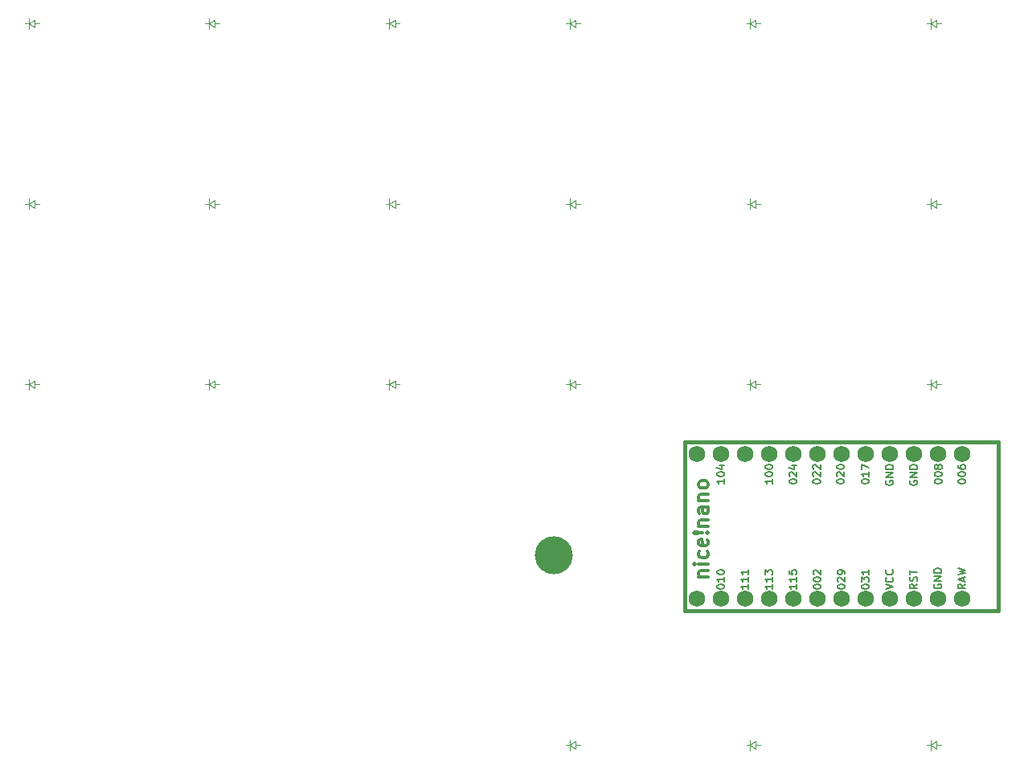
<source format=gbr>
%TF.GenerationSoftware,KiCad,Pcbnew,9.0.4*%
%TF.CreationDate,2025-09-30T09:24:18+02:00*%
%TF.ProjectId,left-finished,6c656674-2d66-4696-9e69-736865642e6b,v1.0.0*%
%TF.SameCoordinates,Original*%
%TF.FileFunction,Legend,Top*%
%TF.FilePolarity,Positive*%
%FSLAX46Y46*%
G04 Gerber Fmt 4.6, Leading zero omitted, Abs format (unit mm)*
G04 Created by KiCad (PCBNEW 9.0.4) date 2025-09-30 09:24:18*
%MOMM*%
%LPD*%
G01*
G04 APERTURE LIST*
%ADD10C,0.150000*%
%ADD11C,0.300000*%
%ADD12C,0.100000*%
%ADD13C,0.381000*%
%ADD14C,4.000000*%
%ADD15C,1.752600*%
G04 APERTURE END LIST*
D10*
X195252295Y-138026094D02*
X194871342Y-138292761D01*
X195252295Y-138483237D02*
X194452295Y-138483237D01*
X194452295Y-138483237D02*
X194452295Y-138178475D01*
X194452295Y-138178475D02*
X194490390Y-138102285D01*
X194490390Y-138102285D02*
X194528485Y-138064190D01*
X194528485Y-138064190D02*
X194604676Y-138026094D01*
X194604676Y-138026094D02*
X194718961Y-138026094D01*
X194718961Y-138026094D02*
X194795152Y-138064190D01*
X194795152Y-138064190D02*
X194833247Y-138102285D01*
X194833247Y-138102285D02*
X194871342Y-138178475D01*
X194871342Y-138178475D02*
X194871342Y-138483237D01*
X195214200Y-137721333D02*
X195252295Y-137607047D01*
X195252295Y-137607047D02*
X195252295Y-137416571D01*
X195252295Y-137416571D02*
X195214200Y-137340380D01*
X195214200Y-137340380D02*
X195176104Y-137302285D01*
X195176104Y-137302285D02*
X195099914Y-137264190D01*
X195099914Y-137264190D02*
X195023723Y-137264190D01*
X195023723Y-137264190D02*
X194947533Y-137302285D01*
X194947533Y-137302285D02*
X194909438Y-137340380D01*
X194909438Y-137340380D02*
X194871342Y-137416571D01*
X194871342Y-137416571D02*
X194833247Y-137568952D01*
X194833247Y-137568952D02*
X194795152Y-137645142D01*
X194795152Y-137645142D02*
X194757057Y-137683237D01*
X194757057Y-137683237D02*
X194680866Y-137721333D01*
X194680866Y-137721333D02*
X194604676Y-137721333D01*
X194604676Y-137721333D02*
X194528485Y-137683237D01*
X194528485Y-137683237D02*
X194490390Y-137645142D01*
X194490390Y-137645142D02*
X194452295Y-137568952D01*
X194452295Y-137568952D02*
X194452295Y-137378475D01*
X194452295Y-137378475D02*
X194490390Y-137264190D01*
X194452295Y-137035618D02*
X194452295Y-136578475D01*
X195252295Y-136807047D02*
X194452295Y-136807047D01*
X191950390Y-127148523D02*
X191912295Y-127224713D01*
X191912295Y-127224713D02*
X191912295Y-127338999D01*
X191912295Y-127338999D02*
X191950390Y-127453285D01*
X191950390Y-127453285D02*
X192026580Y-127529475D01*
X192026580Y-127529475D02*
X192102771Y-127567570D01*
X192102771Y-127567570D02*
X192255152Y-127605666D01*
X192255152Y-127605666D02*
X192369438Y-127605666D01*
X192369438Y-127605666D02*
X192521819Y-127567570D01*
X192521819Y-127567570D02*
X192598009Y-127529475D01*
X192598009Y-127529475D02*
X192674200Y-127453285D01*
X192674200Y-127453285D02*
X192712295Y-127338999D01*
X192712295Y-127338999D02*
X192712295Y-127262808D01*
X192712295Y-127262808D02*
X192674200Y-127148523D01*
X192674200Y-127148523D02*
X192636104Y-127110427D01*
X192636104Y-127110427D02*
X192369438Y-127110427D01*
X192369438Y-127110427D02*
X192369438Y-127262808D01*
X192712295Y-126767570D02*
X191912295Y-126767570D01*
X191912295Y-126767570D02*
X192712295Y-126310427D01*
X192712295Y-126310427D02*
X191912295Y-126310427D01*
X192712295Y-125929475D02*
X191912295Y-125929475D01*
X191912295Y-125929475D02*
X191912295Y-125738999D01*
X191912295Y-125738999D02*
X191950390Y-125624713D01*
X191950390Y-125624713D02*
X192026580Y-125548523D01*
X192026580Y-125548523D02*
X192102771Y-125510428D01*
X192102771Y-125510428D02*
X192255152Y-125472332D01*
X192255152Y-125472332D02*
X192369438Y-125472332D01*
X192369438Y-125472332D02*
X192521819Y-125510428D01*
X192521819Y-125510428D02*
X192598009Y-125548523D01*
X192598009Y-125548523D02*
X192674200Y-125624713D01*
X192674200Y-125624713D02*
X192712295Y-125738999D01*
X192712295Y-125738999D02*
X192712295Y-125929475D01*
X174932295Y-126996143D02*
X174932295Y-127453286D01*
X174932295Y-127224714D02*
X174132295Y-127224714D01*
X174132295Y-127224714D02*
X174246580Y-127300905D01*
X174246580Y-127300905D02*
X174322771Y-127377095D01*
X174322771Y-127377095D02*
X174360866Y-127453286D01*
X174132295Y-126500904D02*
X174132295Y-126424714D01*
X174132295Y-126424714D02*
X174170390Y-126348523D01*
X174170390Y-126348523D02*
X174208485Y-126310428D01*
X174208485Y-126310428D02*
X174284676Y-126272333D01*
X174284676Y-126272333D02*
X174437057Y-126234238D01*
X174437057Y-126234238D02*
X174627533Y-126234238D01*
X174627533Y-126234238D02*
X174779914Y-126272333D01*
X174779914Y-126272333D02*
X174856104Y-126310428D01*
X174856104Y-126310428D02*
X174894200Y-126348523D01*
X174894200Y-126348523D02*
X174932295Y-126424714D01*
X174932295Y-126424714D02*
X174932295Y-126500904D01*
X174932295Y-126500904D02*
X174894200Y-126577095D01*
X174894200Y-126577095D02*
X174856104Y-126615190D01*
X174856104Y-126615190D02*
X174779914Y-126653285D01*
X174779914Y-126653285D02*
X174627533Y-126691381D01*
X174627533Y-126691381D02*
X174437057Y-126691381D01*
X174437057Y-126691381D02*
X174284676Y-126653285D01*
X174284676Y-126653285D02*
X174208485Y-126615190D01*
X174208485Y-126615190D02*
X174170390Y-126577095D01*
X174170390Y-126577095D02*
X174132295Y-126500904D01*
X174398961Y-125548523D02*
X174932295Y-125548523D01*
X174094200Y-125738999D02*
X174665628Y-125929476D01*
X174665628Y-125929476D02*
X174665628Y-125434237D01*
X197030390Y-138064190D02*
X196992295Y-138140380D01*
X196992295Y-138140380D02*
X196992295Y-138254666D01*
X196992295Y-138254666D02*
X197030390Y-138368952D01*
X197030390Y-138368952D02*
X197106580Y-138445142D01*
X197106580Y-138445142D02*
X197182771Y-138483237D01*
X197182771Y-138483237D02*
X197335152Y-138521333D01*
X197335152Y-138521333D02*
X197449438Y-138521333D01*
X197449438Y-138521333D02*
X197601819Y-138483237D01*
X197601819Y-138483237D02*
X197678009Y-138445142D01*
X197678009Y-138445142D02*
X197754200Y-138368952D01*
X197754200Y-138368952D02*
X197792295Y-138254666D01*
X197792295Y-138254666D02*
X197792295Y-138178475D01*
X197792295Y-138178475D02*
X197754200Y-138064190D01*
X197754200Y-138064190D02*
X197716104Y-138026094D01*
X197716104Y-138026094D02*
X197449438Y-138026094D01*
X197449438Y-138026094D02*
X197449438Y-138178475D01*
X197792295Y-137683237D02*
X196992295Y-137683237D01*
X196992295Y-137683237D02*
X197792295Y-137226094D01*
X197792295Y-137226094D02*
X196992295Y-137226094D01*
X197792295Y-136845142D02*
X196992295Y-136845142D01*
X196992295Y-136845142D02*
X196992295Y-136654666D01*
X196992295Y-136654666D02*
X197030390Y-136540380D01*
X197030390Y-136540380D02*
X197106580Y-136464190D01*
X197106580Y-136464190D02*
X197182771Y-136426095D01*
X197182771Y-136426095D02*
X197335152Y-136387999D01*
X197335152Y-136387999D02*
X197449438Y-136387999D01*
X197449438Y-136387999D02*
X197601819Y-136426095D01*
X197601819Y-136426095D02*
X197678009Y-136464190D01*
X197678009Y-136464190D02*
X197754200Y-136540380D01*
X197754200Y-136540380D02*
X197792295Y-136654666D01*
X197792295Y-136654666D02*
X197792295Y-136845142D01*
X197062295Y-127262809D02*
X197062295Y-127186619D01*
X197062295Y-127186619D02*
X197100390Y-127110428D01*
X197100390Y-127110428D02*
X197138485Y-127072333D01*
X197138485Y-127072333D02*
X197214676Y-127034238D01*
X197214676Y-127034238D02*
X197367057Y-126996143D01*
X197367057Y-126996143D02*
X197557533Y-126996143D01*
X197557533Y-126996143D02*
X197709914Y-127034238D01*
X197709914Y-127034238D02*
X197786104Y-127072333D01*
X197786104Y-127072333D02*
X197824200Y-127110428D01*
X197824200Y-127110428D02*
X197862295Y-127186619D01*
X197862295Y-127186619D02*
X197862295Y-127262809D01*
X197862295Y-127262809D02*
X197824200Y-127339000D01*
X197824200Y-127339000D02*
X197786104Y-127377095D01*
X197786104Y-127377095D02*
X197709914Y-127415190D01*
X197709914Y-127415190D02*
X197557533Y-127453286D01*
X197557533Y-127453286D02*
X197367057Y-127453286D01*
X197367057Y-127453286D02*
X197214676Y-127415190D01*
X197214676Y-127415190D02*
X197138485Y-127377095D01*
X197138485Y-127377095D02*
X197100390Y-127339000D01*
X197100390Y-127339000D02*
X197062295Y-127262809D01*
X197062295Y-126500904D02*
X197062295Y-126424714D01*
X197062295Y-126424714D02*
X197100390Y-126348523D01*
X197100390Y-126348523D02*
X197138485Y-126310428D01*
X197138485Y-126310428D02*
X197214676Y-126272333D01*
X197214676Y-126272333D02*
X197367057Y-126234238D01*
X197367057Y-126234238D02*
X197557533Y-126234238D01*
X197557533Y-126234238D02*
X197709914Y-126272333D01*
X197709914Y-126272333D02*
X197786104Y-126310428D01*
X197786104Y-126310428D02*
X197824200Y-126348523D01*
X197824200Y-126348523D02*
X197862295Y-126424714D01*
X197862295Y-126424714D02*
X197862295Y-126500904D01*
X197862295Y-126500904D02*
X197824200Y-126577095D01*
X197824200Y-126577095D02*
X197786104Y-126615190D01*
X197786104Y-126615190D02*
X197709914Y-126653285D01*
X197709914Y-126653285D02*
X197557533Y-126691381D01*
X197557533Y-126691381D02*
X197367057Y-126691381D01*
X197367057Y-126691381D02*
X197214676Y-126653285D01*
X197214676Y-126653285D02*
X197138485Y-126615190D01*
X197138485Y-126615190D02*
X197100390Y-126577095D01*
X197100390Y-126577095D02*
X197062295Y-126500904D01*
X197405152Y-125777095D02*
X197367057Y-125853285D01*
X197367057Y-125853285D02*
X197328961Y-125891380D01*
X197328961Y-125891380D02*
X197252771Y-125929476D01*
X197252771Y-125929476D02*
X197214676Y-125929476D01*
X197214676Y-125929476D02*
X197138485Y-125891380D01*
X197138485Y-125891380D02*
X197100390Y-125853285D01*
X197100390Y-125853285D02*
X197062295Y-125777095D01*
X197062295Y-125777095D02*
X197062295Y-125624714D01*
X197062295Y-125624714D02*
X197100390Y-125548523D01*
X197100390Y-125548523D02*
X197138485Y-125510428D01*
X197138485Y-125510428D02*
X197214676Y-125472333D01*
X197214676Y-125472333D02*
X197252771Y-125472333D01*
X197252771Y-125472333D02*
X197328961Y-125510428D01*
X197328961Y-125510428D02*
X197367057Y-125548523D01*
X197367057Y-125548523D02*
X197405152Y-125624714D01*
X197405152Y-125624714D02*
X197405152Y-125777095D01*
X197405152Y-125777095D02*
X197443247Y-125853285D01*
X197443247Y-125853285D02*
X197481342Y-125891380D01*
X197481342Y-125891380D02*
X197557533Y-125929476D01*
X197557533Y-125929476D02*
X197709914Y-125929476D01*
X197709914Y-125929476D02*
X197786104Y-125891380D01*
X197786104Y-125891380D02*
X197824200Y-125853285D01*
X197824200Y-125853285D02*
X197862295Y-125777095D01*
X197862295Y-125777095D02*
X197862295Y-125624714D01*
X197862295Y-125624714D02*
X197824200Y-125548523D01*
X197824200Y-125548523D02*
X197786104Y-125510428D01*
X197786104Y-125510428D02*
X197709914Y-125472333D01*
X197709914Y-125472333D02*
X197557533Y-125472333D01*
X197557533Y-125472333D02*
X197481342Y-125510428D01*
X197481342Y-125510428D02*
X197443247Y-125548523D01*
X197443247Y-125548523D02*
X197405152Y-125624714D01*
X189372295Y-138337190D02*
X189372295Y-138261000D01*
X189372295Y-138261000D02*
X189410390Y-138184809D01*
X189410390Y-138184809D02*
X189448485Y-138146714D01*
X189448485Y-138146714D02*
X189524676Y-138108619D01*
X189524676Y-138108619D02*
X189677057Y-138070524D01*
X189677057Y-138070524D02*
X189867533Y-138070524D01*
X189867533Y-138070524D02*
X190019914Y-138108619D01*
X190019914Y-138108619D02*
X190096104Y-138146714D01*
X190096104Y-138146714D02*
X190134200Y-138184809D01*
X190134200Y-138184809D02*
X190172295Y-138261000D01*
X190172295Y-138261000D02*
X190172295Y-138337190D01*
X190172295Y-138337190D02*
X190134200Y-138413381D01*
X190134200Y-138413381D02*
X190096104Y-138451476D01*
X190096104Y-138451476D02*
X190019914Y-138489571D01*
X190019914Y-138489571D02*
X189867533Y-138527667D01*
X189867533Y-138527667D02*
X189677057Y-138527667D01*
X189677057Y-138527667D02*
X189524676Y-138489571D01*
X189524676Y-138489571D02*
X189448485Y-138451476D01*
X189448485Y-138451476D02*
X189410390Y-138413381D01*
X189410390Y-138413381D02*
X189372295Y-138337190D01*
X189372295Y-137803857D02*
X189372295Y-137308619D01*
X189372295Y-137308619D02*
X189677057Y-137575285D01*
X189677057Y-137575285D02*
X189677057Y-137461000D01*
X189677057Y-137461000D02*
X189715152Y-137384809D01*
X189715152Y-137384809D02*
X189753247Y-137346714D01*
X189753247Y-137346714D02*
X189829438Y-137308619D01*
X189829438Y-137308619D02*
X190019914Y-137308619D01*
X190019914Y-137308619D02*
X190096104Y-137346714D01*
X190096104Y-137346714D02*
X190134200Y-137384809D01*
X190134200Y-137384809D02*
X190172295Y-137461000D01*
X190172295Y-137461000D02*
X190172295Y-137689571D01*
X190172295Y-137689571D02*
X190134200Y-137765762D01*
X190134200Y-137765762D02*
X190096104Y-137803857D01*
X190172295Y-136546714D02*
X190172295Y-137003857D01*
X190172295Y-136775285D02*
X189372295Y-136775285D01*
X189372295Y-136775285D02*
X189486580Y-136851476D01*
X189486580Y-136851476D02*
X189562771Y-136927666D01*
X189562771Y-136927666D02*
X189600866Y-137003857D01*
X180012295Y-138070524D02*
X180012295Y-138527667D01*
X180012295Y-138299095D02*
X179212295Y-138299095D01*
X179212295Y-138299095D02*
X179326580Y-138375286D01*
X179326580Y-138375286D02*
X179402771Y-138451476D01*
X179402771Y-138451476D02*
X179440866Y-138527667D01*
X180012295Y-137308619D02*
X180012295Y-137765762D01*
X180012295Y-137537190D02*
X179212295Y-137537190D01*
X179212295Y-137537190D02*
X179326580Y-137613381D01*
X179326580Y-137613381D02*
X179402771Y-137689571D01*
X179402771Y-137689571D02*
X179440866Y-137765762D01*
X179212295Y-137041952D02*
X179212295Y-136546714D01*
X179212295Y-136546714D02*
X179517057Y-136813380D01*
X179517057Y-136813380D02*
X179517057Y-136699095D01*
X179517057Y-136699095D02*
X179555152Y-136622904D01*
X179555152Y-136622904D02*
X179593247Y-136584809D01*
X179593247Y-136584809D02*
X179669438Y-136546714D01*
X179669438Y-136546714D02*
X179859914Y-136546714D01*
X179859914Y-136546714D02*
X179936104Y-136584809D01*
X179936104Y-136584809D02*
X179974200Y-136622904D01*
X179974200Y-136622904D02*
X180012295Y-136699095D01*
X180012295Y-136699095D02*
X180012295Y-136927666D01*
X180012295Y-136927666D02*
X179974200Y-137003857D01*
X179974200Y-137003857D02*
X179936104Y-137041952D01*
X184262295Y-127262809D02*
X184262295Y-127186619D01*
X184262295Y-127186619D02*
X184300390Y-127110428D01*
X184300390Y-127110428D02*
X184338485Y-127072333D01*
X184338485Y-127072333D02*
X184414676Y-127034238D01*
X184414676Y-127034238D02*
X184567057Y-126996143D01*
X184567057Y-126996143D02*
X184757533Y-126996143D01*
X184757533Y-126996143D02*
X184909914Y-127034238D01*
X184909914Y-127034238D02*
X184986104Y-127072333D01*
X184986104Y-127072333D02*
X185024200Y-127110428D01*
X185024200Y-127110428D02*
X185062295Y-127186619D01*
X185062295Y-127186619D02*
X185062295Y-127262809D01*
X185062295Y-127262809D02*
X185024200Y-127339000D01*
X185024200Y-127339000D02*
X184986104Y-127377095D01*
X184986104Y-127377095D02*
X184909914Y-127415190D01*
X184909914Y-127415190D02*
X184757533Y-127453286D01*
X184757533Y-127453286D02*
X184567057Y-127453286D01*
X184567057Y-127453286D02*
X184414676Y-127415190D01*
X184414676Y-127415190D02*
X184338485Y-127377095D01*
X184338485Y-127377095D02*
X184300390Y-127339000D01*
X184300390Y-127339000D02*
X184262295Y-127262809D01*
X184338485Y-126691381D02*
X184300390Y-126653285D01*
X184300390Y-126653285D02*
X184262295Y-126577095D01*
X184262295Y-126577095D02*
X184262295Y-126386619D01*
X184262295Y-126386619D02*
X184300390Y-126310428D01*
X184300390Y-126310428D02*
X184338485Y-126272333D01*
X184338485Y-126272333D02*
X184414676Y-126234238D01*
X184414676Y-126234238D02*
X184490866Y-126234238D01*
X184490866Y-126234238D02*
X184605152Y-126272333D01*
X184605152Y-126272333D02*
X185062295Y-126729476D01*
X185062295Y-126729476D02*
X185062295Y-126234238D01*
X184338485Y-125929476D02*
X184300390Y-125891380D01*
X184300390Y-125891380D02*
X184262295Y-125815190D01*
X184262295Y-125815190D02*
X184262295Y-125624714D01*
X184262295Y-125624714D02*
X184300390Y-125548523D01*
X184300390Y-125548523D02*
X184338485Y-125510428D01*
X184338485Y-125510428D02*
X184414676Y-125472333D01*
X184414676Y-125472333D02*
X184490866Y-125472333D01*
X184490866Y-125472333D02*
X184605152Y-125510428D01*
X184605152Y-125510428D02*
X185062295Y-125967571D01*
X185062295Y-125967571D02*
X185062295Y-125472333D01*
D11*
X172216328Y-137289714D02*
X173216328Y-137289714D01*
X172359185Y-137289714D02*
X172287757Y-137218285D01*
X172287757Y-137218285D02*
X172216328Y-137075428D01*
X172216328Y-137075428D02*
X172216328Y-136861142D01*
X172216328Y-136861142D02*
X172287757Y-136718285D01*
X172287757Y-136718285D02*
X172430614Y-136646857D01*
X172430614Y-136646857D02*
X173216328Y-136646857D01*
X173216328Y-135932571D02*
X172216328Y-135932571D01*
X171716328Y-135932571D02*
X171787757Y-136003999D01*
X171787757Y-136003999D02*
X171859185Y-135932571D01*
X171859185Y-135932571D02*
X171787757Y-135861142D01*
X171787757Y-135861142D02*
X171716328Y-135932571D01*
X171716328Y-135932571D02*
X171859185Y-135932571D01*
X173144900Y-134575428D02*
X173216328Y-134718285D01*
X173216328Y-134718285D02*
X173216328Y-135003999D01*
X173216328Y-135003999D02*
X173144900Y-135146856D01*
X173144900Y-135146856D02*
X173073471Y-135218285D01*
X173073471Y-135218285D02*
X172930614Y-135289713D01*
X172930614Y-135289713D02*
X172502042Y-135289713D01*
X172502042Y-135289713D02*
X172359185Y-135218285D01*
X172359185Y-135218285D02*
X172287757Y-135146856D01*
X172287757Y-135146856D02*
X172216328Y-135003999D01*
X172216328Y-135003999D02*
X172216328Y-134718285D01*
X172216328Y-134718285D02*
X172287757Y-134575428D01*
X173144900Y-133361142D02*
X173216328Y-133503999D01*
X173216328Y-133503999D02*
X173216328Y-133789714D01*
X173216328Y-133789714D02*
X173144900Y-133932571D01*
X173144900Y-133932571D02*
X173002042Y-134003999D01*
X173002042Y-134003999D02*
X172430614Y-134003999D01*
X172430614Y-134003999D02*
X172287757Y-133932571D01*
X172287757Y-133932571D02*
X172216328Y-133789714D01*
X172216328Y-133789714D02*
X172216328Y-133503999D01*
X172216328Y-133503999D02*
X172287757Y-133361142D01*
X172287757Y-133361142D02*
X172430614Y-133289714D01*
X172430614Y-133289714D02*
X172573471Y-133289714D01*
X172573471Y-133289714D02*
X172716328Y-134003999D01*
X173073471Y-132646857D02*
X173144900Y-132575428D01*
X173144900Y-132575428D02*
X173216328Y-132646857D01*
X173216328Y-132646857D02*
X173144900Y-132718285D01*
X173144900Y-132718285D02*
X173073471Y-132646857D01*
X173073471Y-132646857D02*
X173216328Y-132646857D01*
X172644900Y-132646857D02*
X171787757Y-132718285D01*
X171787757Y-132718285D02*
X171716328Y-132646857D01*
X171716328Y-132646857D02*
X171787757Y-132575428D01*
X171787757Y-132575428D02*
X172644900Y-132646857D01*
X172644900Y-132646857D02*
X171716328Y-132646857D01*
X172216328Y-131932571D02*
X173216328Y-131932571D01*
X172359185Y-131932571D02*
X172287757Y-131861142D01*
X172287757Y-131861142D02*
X172216328Y-131718285D01*
X172216328Y-131718285D02*
X172216328Y-131503999D01*
X172216328Y-131503999D02*
X172287757Y-131361142D01*
X172287757Y-131361142D02*
X172430614Y-131289714D01*
X172430614Y-131289714D02*
X173216328Y-131289714D01*
X173216328Y-129932571D02*
X172430614Y-129932571D01*
X172430614Y-129932571D02*
X172287757Y-130003999D01*
X172287757Y-130003999D02*
X172216328Y-130146856D01*
X172216328Y-130146856D02*
X172216328Y-130432571D01*
X172216328Y-130432571D02*
X172287757Y-130575428D01*
X173144900Y-129932571D02*
X173216328Y-130075428D01*
X173216328Y-130075428D02*
X173216328Y-130432571D01*
X173216328Y-130432571D02*
X173144900Y-130575428D01*
X173144900Y-130575428D02*
X173002042Y-130646856D01*
X173002042Y-130646856D02*
X172859185Y-130646856D01*
X172859185Y-130646856D02*
X172716328Y-130575428D01*
X172716328Y-130575428D02*
X172644900Y-130432571D01*
X172644900Y-130432571D02*
X172644900Y-130075428D01*
X172644900Y-130075428D02*
X172573471Y-129932571D01*
X172216328Y-129218285D02*
X173216328Y-129218285D01*
X172359185Y-129218285D02*
X172287757Y-129146856D01*
X172287757Y-129146856D02*
X172216328Y-129003999D01*
X172216328Y-129003999D02*
X172216328Y-128789713D01*
X172216328Y-128789713D02*
X172287757Y-128646856D01*
X172287757Y-128646856D02*
X172430614Y-128575428D01*
X172430614Y-128575428D02*
X173216328Y-128575428D01*
X173216328Y-127646856D02*
X173144900Y-127789713D01*
X173144900Y-127789713D02*
X173073471Y-127861142D01*
X173073471Y-127861142D02*
X172930614Y-127932570D01*
X172930614Y-127932570D02*
X172502042Y-127932570D01*
X172502042Y-127932570D02*
X172359185Y-127861142D01*
X172359185Y-127861142D02*
X172287757Y-127789713D01*
X172287757Y-127789713D02*
X172216328Y-127646856D01*
X172216328Y-127646856D02*
X172216328Y-127432570D01*
X172216328Y-127432570D02*
X172287757Y-127289713D01*
X172287757Y-127289713D02*
X172359185Y-127218285D01*
X172359185Y-127218285D02*
X172502042Y-127146856D01*
X172502042Y-127146856D02*
X172930614Y-127146856D01*
X172930614Y-127146856D02*
X173073471Y-127218285D01*
X173073471Y-127218285D02*
X173144900Y-127289713D01*
X173144900Y-127289713D02*
X173216328Y-127432570D01*
X173216328Y-127432570D02*
X173216328Y-127646856D01*
D10*
X191912295Y-138603857D02*
X192712295Y-138337190D01*
X192712295Y-138337190D02*
X191912295Y-138070524D01*
X192636104Y-137346714D02*
X192674200Y-137384810D01*
X192674200Y-137384810D02*
X192712295Y-137499095D01*
X192712295Y-137499095D02*
X192712295Y-137575286D01*
X192712295Y-137575286D02*
X192674200Y-137689572D01*
X192674200Y-137689572D02*
X192598009Y-137765762D01*
X192598009Y-137765762D02*
X192521819Y-137803857D01*
X192521819Y-137803857D02*
X192369438Y-137841953D01*
X192369438Y-137841953D02*
X192255152Y-137841953D01*
X192255152Y-137841953D02*
X192102771Y-137803857D01*
X192102771Y-137803857D02*
X192026580Y-137765762D01*
X192026580Y-137765762D02*
X191950390Y-137689572D01*
X191950390Y-137689572D02*
X191912295Y-137575286D01*
X191912295Y-137575286D02*
X191912295Y-137499095D01*
X191912295Y-137499095D02*
X191950390Y-137384810D01*
X191950390Y-137384810D02*
X191988485Y-137346714D01*
X192636104Y-136546714D02*
X192674200Y-136584810D01*
X192674200Y-136584810D02*
X192712295Y-136699095D01*
X192712295Y-136699095D02*
X192712295Y-136775286D01*
X192712295Y-136775286D02*
X192674200Y-136889572D01*
X192674200Y-136889572D02*
X192598009Y-136965762D01*
X192598009Y-136965762D02*
X192521819Y-137003857D01*
X192521819Y-137003857D02*
X192369438Y-137041953D01*
X192369438Y-137041953D02*
X192255152Y-137041953D01*
X192255152Y-137041953D02*
X192102771Y-137003857D01*
X192102771Y-137003857D02*
X192026580Y-136965762D01*
X192026580Y-136965762D02*
X191950390Y-136889572D01*
X191950390Y-136889572D02*
X191912295Y-136775286D01*
X191912295Y-136775286D02*
X191912295Y-136699095D01*
X191912295Y-136699095D02*
X191950390Y-136584810D01*
X191950390Y-136584810D02*
X191988485Y-136546714D01*
X181752295Y-127262809D02*
X181752295Y-127186619D01*
X181752295Y-127186619D02*
X181790390Y-127110428D01*
X181790390Y-127110428D02*
X181828485Y-127072333D01*
X181828485Y-127072333D02*
X181904676Y-127034238D01*
X181904676Y-127034238D02*
X182057057Y-126996143D01*
X182057057Y-126996143D02*
X182247533Y-126996143D01*
X182247533Y-126996143D02*
X182399914Y-127034238D01*
X182399914Y-127034238D02*
X182476104Y-127072333D01*
X182476104Y-127072333D02*
X182514200Y-127110428D01*
X182514200Y-127110428D02*
X182552295Y-127186619D01*
X182552295Y-127186619D02*
X182552295Y-127262809D01*
X182552295Y-127262809D02*
X182514200Y-127339000D01*
X182514200Y-127339000D02*
X182476104Y-127377095D01*
X182476104Y-127377095D02*
X182399914Y-127415190D01*
X182399914Y-127415190D02*
X182247533Y-127453286D01*
X182247533Y-127453286D02*
X182057057Y-127453286D01*
X182057057Y-127453286D02*
X181904676Y-127415190D01*
X181904676Y-127415190D02*
X181828485Y-127377095D01*
X181828485Y-127377095D02*
X181790390Y-127339000D01*
X181790390Y-127339000D02*
X181752295Y-127262809D01*
X181828485Y-126691381D02*
X181790390Y-126653285D01*
X181790390Y-126653285D02*
X181752295Y-126577095D01*
X181752295Y-126577095D02*
X181752295Y-126386619D01*
X181752295Y-126386619D02*
X181790390Y-126310428D01*
X181790390Y-126310428D02*
X181828485Y-126272333D01*
X181828485Y-126272333D02*
X181904676Y-126234238D01*
X181904676Y-126234238D02*
X181980866Y-126234238D01*
X181980866Y-126234238D02*
X182095152Y-126272333D01*
X182095152Y-126272333D02*
X182552295Y-126729476D01*
X182552295Y-126729476D02*
X182552295Y-126234238D01*
X182018961Y-125548523D02*
X182552295Y-125548523D01*
X181714200Y-125738999D02*
X182285628Y-125929476D01*
X182285628Y-125929476D02*
X182285628Y-125434237D01*
X174132295Y-138337190D02*
X174132295Y-138261000D01*
X174132295Y-138261000D02*
X174170390Y-138184809D01*
X174170390Y-138184809D02*
X174208485Y-138146714D01*
X174208485Y-138146714D02*
X174284676Y-138108619D01*
X174284676Y-138108619D02*
X174437057Y-138070524D01*
X174437057Y-138070524D02*
X174627533Y-138070524D01*
X174627533Y-138070524D02*
X174779914Y-138108619D01*
X174779914Y-138108619D02*
X174856104Y-138146714D01*
X174856104Y-138146714D02*
X174894200Y-138184809D01*
X174894200Y-138184809D02*
X174932295Y-138261000D01*
X174932295Y-138261000D02*
X174932295Y-138337190D01*
X174932295Y-138337190D02*
X174894200Y-138413381D01*
X174894200Y-138413381D02*
X174856104Y-138451476D01*
X174856104Y-138451476D02*
X174779914Y-138489571D01*
X174779914Y-138489571D02*
X174627533Y-138527667D01*
X174627533Y-138527667D02*
X174437057Y-138527667D01*
X174437057Y-138527667D02*
X174284676Y-138489571D01*
X174284676Y-138489571D02*
X174208485Y-138451476D01*
X174208485Y-138451476D02*
X174170390Y-138413381D01*
X174170390Y-138413381D02*
X174132295Y-138337190D01*
X174932295Y-137308619D02*
X174932295Y-137765762D01*
X174932295Y-137537190D02*
X174132295Y-137537190D01*
X174132295Y-137537190D02*
X174246580Y-137613381D01*
X174246580Y-137613381D02*
X174322771Y-137689571D01*
X174322771Y-137689571D02*
X174360866Y-137765762D01*
X174132295Y-136813380D02*
X174132295Y-136737190D01*
X174132295Y-136737190D02*
X174170390Y-136660999D01*
X174170390Y-136660999D02*
X174208485Y-136622904D01*
X174208485Y-136622904D02*
X174284676Y-136584809D01*
X174284676Y-136584809D02*
X174437057Y-136546714D01*
X174437057Y-136546714D02*
X174627533Y-136546714D01*
X174627533Y-136546714D02*
X174779914Y-136584809D01*
X174779914Y-136584809D02*
X174856104Y-136622904D01*
X174856104Y-136622904D02*
X174894200Y-136660999D01*
X174894200Y-136660999D02*
X174932295Y-136737190D01*
X174932295Y-136737190D02*
X174932295Y-136813380D01*
X174932295Y-136813380D02*
X174894200Y-136889571D01*
X174894200Y-136889571D02*
X174856104Y-136927666D01*
X174856104Y-136927666D02*
X174779914Y-136965761D01*
X174779914Y-136965761D02*
X174627533Y-137003857D01*
X174627533Y-137003857D02*
X174437057Y-137003857D01*
X174437057Y-137003857D02*
X174284676Y-136965761D01*
X174284676Y-136965761D02*
X174208485Y-136927666D01*
X174208485Y-136927666D02*
X174170390Y-136889571D01*
X174170390Y-136889571D02*
X174132295Y-136813380D01*
X200332295Y-138026095D02*
X199951342Y-138292762D01*
X200332295Y-138483238D02*
X199532295Y-138483238D01*
X199532295Y-138483238D02*
X199532295Y-138178476D01*
X199532295Y-138178476D02*
X199570390Y-138102286D01*
X199570390Y-138102286D02*
X199608485Y-138064191D01*
X199608485Y-138064191D02*
X199684676Y-138026095D01*
X199684676Y-138026095D02*
X199798961Y-138026095D01*
X199798961Y-138026095D02*
X199875152Y-138064191D01*
X199875152Y-138064191D02*
X199913247Y-138102286D01*
X199913247Y-138102286D02*
X199951342Y-138178476D01*
X199951342Y-138178476D02*
X199951342Y-138483238D01*
X200103723Y-137721334D02*
X200103723Y-137340381D01*
X200332295Y-137797524D02*
X199532295Y-137530857D01*
X199532295Y-137530857D02*
X200332295Y-137264191D01*
X199532295Y-137073715D02*
X200332295Y-136883239D01*
X200332295Y-136883239D02*
X199760866Y-136730858D01*
X199760866Y-136730858D02*
X200332295Y-136578477D01*
X200332295Y-136578477D02*
X199532295Y-136388001D01*
X186832295Y-138337190D02*
X186832295Y-138261000D01*
X186832295Y-138261000D02*
X186870390Y-138184809D01*
X186870390Y-138184809D02*
X186908485Y-138146714D01*
X186908485Y-138146714D02*
X186984676Y-138108619D01*
X186984676Y-138108619D02*
X187137057Y-138070524D01*
X187137057Y-138070524D02*
X187327533Y-138070524D01*
X187327533Y-138070524D02*
X187479914Y-138108619D01*
X187479914Y-138108619D02*
X187556104Y-138146714D01*
X187556104Y-138146714D02*
X187594200Y-138184809D01*
X187594200Y-138184809D02*
X187632295Y-138261000D01*
X187632295Y-138261000D02*
X187632295Y-138337190D01*
X187632295Y-138337190D02*
X187594200Y-138413381D01*
X187594200Y-138413381D02*
X187556104Y-138451476D01*
X187556104Y-138451476D02*
X187479914Y-138489571D01*
X187479914Y-138489571D02*
X187327533Y-138527667D01*
X187327533Y-138527667D02*
X187137057Y-138527667D01*
X187137057Y-138527667D02*
X186984676Y-138489571D01*
X186984676Y-138489571D02*
X186908485Y-138451476D01*
X186908485Y-138451476D02*
X186870390Y-138413381D01*
X186870390Y-138413381D02*
X186832295Y-138337190D01*
X186908485Y-137765762D02*
X186870390Y-137727666D01*
X186870390Y-137727666D02*
X186832295Y-137651476D01*
X186832295Y-137651476D02*
X186832295Y-137461000D01*
X186832295Y-137461000D02*
X186870390Y-137384809D01*
X186870390Y-137384809D02*
X186908485Y-137346714D01*
X186908485Y-137346714D02*
X186984676Y-137308619D01*
X186984676Y-137308619D02*
X187060866Y-137308619D01*
X187060866Y-137308619D02*
X187175152Y-137346714D01*
X187175152Y-137346714D02*
X187632295Y-137803857D01*
X187632295Y-137803857D02*
X187632295Y-137308619D01*
X187632295Y-136927666D02*
X187632295Y-136775285D01*
X187632295Y-136775285D02*
X187594200Y-136699095D01*
X187594200Y-136699095D02*
X187556104Y-136660999D01*
X187556104Y-136660999D02*
X187441819Y-136584809D01*
X187441819Y-136584809D02*
X187289438Y-136546714D01*
X187289438Y-136546714D02*
X186984676Y-136546714D01*
X186984676Y-136546714D02*
X186908485Y-136584809D01*
X186908485Y-136584809D02*
X186870390Y-136622904D01*
X186870390Y-136622904D02*
X186832295Y-136699095D01*
X186832295Y-136699095D02*
X186832295Y-136851476D01*
X186832295Y-136851476D02*
X186870390Y-136927666D01*
X186870390Y-136927666D02*
X186908485Y-136965761D01*
X186908485Y-136965761D02*
X186984676Y-137003857D01*
X186984676Y-137003857D02*
X187175152Y-137003857D01*
X187175152Y-137003857D02*
X187251342Y-136965761D01*
X187251342Y-136965761D02*
X187289438Y-136927666D01*
X187289438Y-136927666D02*
X187327533Y-136851476D01*
X187327533Y-136851476D02*
X187327533Y-136699095D01*
X187327533Y-136699095D02*
X187289438Y-136622904D01*
X187289438Y-136622904D02*
X187251342Y-136584809D01*
X187251342Y-136584809D02*
X187175152Y-136546714D01*
X182552295Y-138070524D02*
X182552295Y-138527667D01*
X182552295Y-138299095D02*
X181752295Y-138299095D01*
X181752295Y-138299095D02*
X181866580Y-138375286D01*
X181866580Y-138375286D02*
X181942771Y-138451476D01*
X181942771Y-138451476D02*
X181980866Y-138527667D01*
X182552295Y-137308619D02*
X182552295Y-137765762D01*
X182552295Y-137537190D02*
X181752295Y-137537190D01*
X181752295Y-137537190D02*
X181866580Y-137613381D01*
X181866580Y-137613381D02*
X181942771Y-137689571D01*
X181942771Y-137689571D02*
X181980866Y-137765762D01*
X181752295Y-136584809D02*
X181752295Y-136965761D01*
X181752295Y-136965761D02*
X182133247Y-137003857D01*
X182133247Y-137003857D02*
X182095152Y-136965761D01*
X182095152Y-136965761D02*
X182057057Y-136889571D01*
X182057057Y-136889571D02*
X182057057Y-136699095D01*
X182057057Y-136699095D02*
X182095152Y-136622904D01*
X182095152Y-136622904D02*
X182133247Y-136584809D01*
X182133247Y-136584809D02*
X182209438Y-136546714D01*
X182209438Y-136546714D02*
X182399914Y-136546714D01*
X182399914Y-136546714D02*
X182476104Y-136584809D01*
X182476104Y-136584809D02*
X182514200Y-136622904D01*
X182514200Y-136622904D02*
X182552295Y-136699095D01*
X182552295Y-136699095D02*
X182552295Y-136889571D01*
X182552295Y-136889571D02*
X182514200Y-136965761D01*
X182514200Y-136965761D02*
X182476104Y-137003857D01*
X177472295Y-138070524D02*
X177472295Y-138527667D01*
X177472295Y-138299095D02*
X176672295Y-138299095D01*
X176672295Y-138299095D02*
X176786580Y-138375286D01*
X176786580Y-138375286D02*
X176862771Y-138451476D01*
X176862771Y-138451476D02*
X176900866Y-138527667D01*
X177472295Y-137308619D02*
X177472295Y-137765762D01*
X177472295Y-137537190D02*
X176672295Y-137537190D01*
X176672295Y-137537190D02*
X176786580Y-137613381D01*
X176786580Y-137613381D02*
X176862771Y-137689571D01*
X176862771Y-137689571D02*
X176900866Y-137765762D01*
X177472295Y-136546714D02*
X177472295Y-137003857D01*
X177472295Y-136775285D02*
X176672295Y-136775285D01*
X176672295Y-136775285D02*
X176786580Y-136851476D01*
X176786580Y-136851476D02*
X176862771Y-136927666D01*
X176862771Y-136927666D02*
X176900866Y-137003857D01*
X184292295Y-138337190D02*
X184292295Y-138261000D01*
X184292295Y-138261000D02*
X184330390Y-138184809D01*
X184330390Y-138184809D02*
X184368485Y-138146714D01*
X184368485Y-138146714D02*
X184444676Y-138108619D01*
X184444676Y-138108619D02*
X184597057Y-138070524D01*
X184597057Y-138070524D02*
X184787533Y-138070524D01*
X184787533Y-138070524D02*
X184939914Y-138108619D01*
X184939914Y-138108619D02*
X185016104Y-138146714D01*
X185016104Y-138146714D02*
X185054200Y-138184809D01*
X185054200Y-138184809D02*
X185092295Y-138261000D01*
X185092295Y-138261000D02*
X185092295Y-138337190D01*
X185092295Y-138337190D02*
X185054200Y-138413381D01*
X185054200Y-138413381D02*
X185016104Y-138451476D01*
X185016104Y-138451476D02*
X184939914Y-138489571D01*
X184939914Y-138489571D02*
X184787533Y-138527667D01*
X184787533Y-138527667D02*
X184597057Y-138527667D01*
X184597057Y-138527667D02*
X184444676Y-138489571D01*
X184444676Y-138489571D02*
X184368485Y-138451476D01*
X184368485Y-138451476D02*
X184330390Y-138413381D01*
X184330390Y-138413381D02*
X184292295Y-138337190D01*
X184292295Y-137575285D02*
X184292295Y-137499095D01*
X184292295Y-137499095D02*
X184330390Y-137422904D01*
X184330390Y-137422904D02*
X184368485Y-137384809D01*
X184368485Y-137384809D02*
X184444676Y-137346714D01*
X184444676Y-137346714D02*
X184597057Y-137308619D01*
X184597057Y-137308619D02*
X184787533Y-137308619D01*
X184787533Y-137308619D02*
X184939914Y-137346714D01*
X184939914Y-137346714D02*
X185016104Y-137384809D01*
X185016104Y-137384809D02*
X185054200Y-137422904D01*
X185054200Y-137422904D02*
X185092295Y-137499095D01*
X185092295Y-137499095D02*
X185092295Y-137575285D01*
X185092295Y-137575285D02*
X185054200Y-137651476D01*
X185054200Y-137651476D02*
X185016104Y-137689571D01*
X185016104Y-137689571D02*
X184939914Y-137727666D01*
X184939914Y-137727666D02*
X184787533Y-137765762D01*
X184787533Y-137765762D02*
X184597057Y-137765762D01*
X184597057Y-137765762D02*
X184444676Y-137727666D01*
X184444676Y-137727666D02*
X184368485Y-137689571D01*
X184368485Y-137689571D02*
X184330390Y-137651476D01*
X184330390Y-137651476D02*
X184292295Y-137575285D01*
X184368485Y-137003857D02*
X184330390Y-136965761D01*
X184330390Y-136965761D02*
X184292295Y-136889571D01*
X184292295Y-136889571D02*
X184292295Y-136699095D01*
X184292295Y-136699095D02*
X184330390Y-136622904D01*
X184330390Y-136622904D02*
X184368485Y-136584809D01*
X184368485Y-136584809D02*
X184444676Y-136546714D01*
X184444676Y-136546714D02*
X184520866Y-136546714D01*
X184520866Y-136546714D02*
X184635152Y-136584809D01*
X184635152Y-136584809D02*
X185092295Y-137041952D01*
X185092295Y-137041952D02*
X185092295Y-136546714D01*
X194490390Y-127148523D02*
X194452295Y-127224713D01*
X194452295Y-127224713D02*
X194452295Y-127338999D01*
X194452295Y-127338999D02*
X194490390Y-127453285D01*
X194490390Y-127453285D02*
X194566580Y-127529475D01*
X194566580Y-127529475D02*
X194642771Y-127567570D01*
X194642771Y-127567570D02*
X194795152Y-127605666D01*
X194795152Y-127605666D02*
X194909438Y-127605666D01*
X194909438Y-127605666D02*
X195061819Y-127567570D01*
X195061819Y-127567570D02*
X195138009Y-127529475D01*
X195138009Y-127529475D02*
X195214200Y-127453285D01*
X195214200Y-127453285D02*
X195252295Y-127338999D01*
X195252295Y-127338999D02*
X195252295Y-127262808D01*
X195252295Y-127262808D02*
X195214200Y-127148523D01*
X195214200Y-127148523D02*
X195176104Y-127110427D01*
X195176104Y-127110427D02*
X194909438Y-127110427D01*
X194909438Y-127110427D02*
X194909438Y-127262808D01*
X195252295Y-126767570D02*
X194452295Y-126767570D01*
X194452295Y-126767570D02*
X195252295Y-126310427D01*
X195252295Y-126310427D02*
X194452295Y-126310427D01*
X195252295Y-125929475D02*
X194452295Y-125929475D01*
X194452295Y-125929475D02*
X194452295Y-125738999D01*
X194452295Y-125738999D02*
X194490390Y-125624713D01*
X194490390Y-125624713D02*
X194566580Y-125548523D01*
X194566580Y-125548523D02*
X194642771Y-125510428D01*
X194642771Y-125510428D02*
X194795152Y-125472332D01*
X194795152Y-125472332D02*
X194909438Y-125472332D01*
X194909438Y-125472332D02*
X195061819Y-125510428D01*
X195061819Y-125510428D02*
X195138009Y-125548523D01*
X195138009Y-125548523D02*
X195214200Y-125624713D01*
X195214200Y-125624713D02*
X195252295Y-125738999D01*
X195252295Y-125738999D02*
X195252295Y-125929475D01*
X180012295Y-126996143D02*
X180012295Y-127453286D01*
X180012295Y-127224714D02*
X179212295Y-127224714D01*
X179212295Y-127224714D02*
X179326580Y-127300905D01*
X179326580Y-127300905D02*
X179402771Y-127377095D01*
X179402771Y-127377095D02*
X179440866Y-127453286D01*
X179212295Y-126500904D02*
X179212295Y-126424714D01*
X179212295Y-126424714D02*
X179250390Y-126348523D01*
X179250390Y-126348523D02*
X179288485Y-126310428D01*
X179288485Y-126310428D02*
X179364676Y-126272333D01*
X179364676Y-126272333D02*
X179517057Y-126234238D01*
X179517057Y-126234238D02*
X179707533Y-126234238D01*
X179707533Y-126234238D02*
X179859914Y-126272333D01*
X179859914Y-126272333D02*
X179936104Y-126310428D01*
X179936104Y-126310428D02*
X179974200Y-126348523D01*
X179974200Y-126348523D02*
X180012295Y-126424714D01*
X180012295Y-126424714D02*
X180012295Y-126500904D01*
X180012295Y-126500904D02*
X179974200Y-126577095D01*
X179974200Y-126577095D02*
X179936104Y-126615190D01*
X179936104Y-126615190D02*
X179859914Y-126653285D01*
X179859914Y-126653285D02*
X179707533Y-126691381D01*
X179707533Y-126691381D02*
X179517057Y-126691381D01*
X179517057Y-126691381D02*
X179364676Y-126653285D01*
X179364676Y-126653285D02*
X179288485Y-126615190D01*
X179288485Y-126615190D02*
X179250390Y-126577095D01*
X179250390Y-126577095D02*
X179212295Y-126500904D01*
X179212295Y-125738999D02*
X179212295Y-125662809D01*
X179212295Y-125662809D02*
X179250390Y-125586618D01*
X179250390Y-125586618D02*
X179288485Y-125548523D01*
X179288485Y-125548523D02*
X179364676Y-125510428D01*
X179364676Y-125510428D02*
X179517057Y-125472333D01*
X179517057Y-125472333D02*
X179707533Y-125472333D01*
X179707533Y-125472333D02*
X179859914Y-125510428D01*
X179859914Y-125510428D02*
X179936104Y-125548523D01*
X179936104Y-125548523D02*
X179974200Y-125586618D01*
X179974200Y-125586618D02*
X180012295Y-125662809D01*
X180012295Y-125662809D02*
X180012295Y-125738999D01*
X180012295Y-125738999D02*
X179974200Y-125815190D01*
X179974200Y-125815190D02*
X179936104Y-125853285D01*
X179936104Y-125853285D02*
X179859914Y-125891380D01*
X179859914Y-125891380D02*
X179707533Y-125929476D01*
X179707533Y-125929476D02*
X179517057Y-125929476D01*
X179517057Y-125929476D02*
X179364676Y-125891380D01*
X179364676Y-125891380D02*
X179288485Y-125853285D01*
X179288485Y-125853285D02*
X179250390Y-125815190D01*
X179250390Y-125815190D02*
X179212295Y-125738999D01*
X199532295Y-127262809D02*
X199532295Y-127186619D01*
X199532295Y-127186619D02*
X199570390Y-127110428D01*
X199570390Y-127110428D02*
X199608485Y-127072333D01*
X199608485Y-127072333D02*
X199684676Y-127034238D01*
X199684676Y-127034238D02*
X199837057Y-126996143D01*
X199837057Y-126996143D02*
X200027533Y-126996143D01*
X200027533Y-126996143D02*
X200179914Y-127034238D01*
X200179914Y-127034238D02*
X200256104Y-127072333D01*
X200256104Y-127072333D02*
X200294200Y-127110428D01*
X200294200Y-127110428D02*
X200332295Y-127186619D01*
X200332295Y-127186619D02*
X200332295Y-127262809D01*
X200332295Y-127262809D02*
X200294200Y-127339000D01*
X200294200Y-127339000D02*
X200256104Y-127377095D01*
X200256104Y-127377095D02*
X200179914Y-127415190D01*
X200179914Y-127415190D02*
X200027533Y-127453286D01*
X200027533Y-127453286D02*
X199837057Y-127453286D01*
X199837057Y-127453286D02*
X199684676Y-127415190D01*
X199684676Y-127415190D02*
X199608485Y-127377095D01*
X199608485Y-127377095D02*
X199570390Y-127339000D01*
X199570390Y-127339000D02*
X199532295Y-127262809D01*
X199532295Y-126500904D02*
X199532295Y-126424714D01*
X199532295Y-126424714D02*
X199570390Y-126348523D01*
X199570390Y-126348523D02*
X199608485Y-126310428D01*
X199608485Y-126310428D02*
X199684676Y-126272333D01*
X199684676Y-126272333D02*
X199837057Y-126234238D01*
X199837057Y-126234238D02*
X200027533Y-126234238D01*
X200027533Y-126234238D02*
X200179914Y-126272333D01*
X200179914Y-126272333D02*
X200256104Y-126310428D01*
X200256104Y-126310428D02*
X200294200Y-126348523D01*
X200294200Y-126348523D02*
X200332295Y-126424714D01*
X200332295Y-126424714D02*
X200332295Y-126500904D01*
X200332295Y-126500904D02*
X200294200Y-126577095D01*
X200294200Y-126577095D02*
X200256104Y-126615190D01*
X200256104Y-126615190D02*
X200179914Y-126653285D01*
X200179914Y-126653285D02*
X200027533Y-126691381D01*
X200027533Y-126691381D02*
X199837057Y-126691381D01*
X199837057Y-126691381D02*
X199684676Y-126653285D01*
X199684676Y-126653285D02*
X199608485Y-126615190D01*
X199608485Y-126615190D02*
X199570390Y-126577095D01*
X199570390Y-126577095D02*
X199532295Y-126500904D01*
X199532295Y-125548523D02*
X199532295Y-125700904D01*
X199532295Y-125700904D02*
X199570390Y-125777095D01*
X199570390Y-125777095D02*
X199608485Y-125815190D01*
X199608485Y-125815190D02*
X199722771Y-125891380D01*
X199722771Y-125891380D02*
X199875152Y-125929476D01*
X199875152Y-125929476D02*
X200179914Y-125929476D01*
X200179914Y-125929476D02*
X200256104Y-125891380D01*
X200256104Y-125891380D02*
X200294200Y-125853285D01*
X200294200Y-125853285D02*
X200332295Y-125777095D01*
X200332295Y-125777095D02*
X200332295Y-125624714D01*
X200332295Y-125624714D02*
X200294200Y-125548523D01*
X200294200Y-125548523D02*
X200256104Y-125510428D01*
X200256104Y-125510428D02*
X200179914Y-125472333D01*
X200179914Y-125472333D02*
X199989438Y-125472333D01*
X199989438Y-125472333D02*
X199913247Y-125510428D01*
X199913247Y-125510428D02*
X199875152Y-125548523D01*
X199875152Y-125548523D02*
X199837057Y-125624714D01*
X199837057Y-125624714D02*
X199837057Y-125777095D01*
X199837057Y-125777095D02*
X199875152Y-125853285D01*
X199875152Y-125853285D02*
X199913247Y-125891380D01*
X199913247Y-125891380D02*
X199989438Y-125929476D01*
X189362295Y-127262809D02*
X189362295Y-127186619D01*
X189362295Y-127186619D02*
X189400390Y-127110428D01*
X189400390Y-127110428D02*
X189438485Y-127072333D01*
X189438485Y-127072333D02*
X189514676Y-127034238D01*
X189514676Y-127034238D02*
X189667057Y-126996143D01*
X189667057Y-126996143D02*
X189857533Y-126996143D01*
X189857533Y-126996143D02*
X190009914Y-127034238D01*
X190009914Y-127034238D02*
X190086104Y-127072333D01*
X190086104Y-127072333D02*
X190124200Y-127110428D01*
X190124200Y-127110428D02*
X190162295Y-127186619D01*
X190162295Y-127186619D02*
X190162295Y-127262809D01*
X190162295Y-127262809D02*
X190124200Y-127339000D01*
X190124200Y-127339000D02*
X190086104Y-127377095D01*
X190086104Y-127377095D02*
X190009914Y-127415190D01*
X190009914Y-127415190D02*
X189857533Y-127453286D01*
X189857533Y-127453286D02*
X189667057Y-127453286D01*
X189667057Y-127453286D02*
X189514676Y-127415190D01*
X189514676Y-127415190D02*
X189438485Y-127377095D01*
X189438485Y-127377095D02*
X189400390Y-127339000D01*
X189400390Y-127339000D02*
X189362295Y-127262809D01*
X190162295Y-126234238D02*
X190162295Y-126691381D01*
X190162295Y-126462809D02*
X189362295Y-126462809D01*
X189362295Y-126462809D02*
X189476580Y-126539000D01*
X189476580Y-126539000D02*
X189552771Y-126615190D01*
X189552771Y-126615190D02*
X189590866Y-126691381D01*
X189362295Y-125967571D02*
X189362295Y-125434237D01*
X189362295Y-125434237D02*
X190162295Y-125777095D01*
X186762295Y-127262809D02*
X186762295Y-127186619D01*
X186762295Y-127186619D02*
X186800390Y-127110428D01*
X186800390Y-127110428D02*
X186838485Y-127072333D01*
X186838485Y-127072333D02*
X186914676Y-127034238D01*
X186914676Y-127034238D02*
X187067057Y-126996143D01*
X187067057Y-126996143D02*
X187257533Y-126996143D01*
X187257533Y-126996143D02*
X187409914Y-127034238D01*
X187409914Y-127034238D02*
X187486104Y-127072333D01*
X187486104Y-127072333D02*
X187524200Y-127110428D01*
X187524200Y-127110428D02*
X187562295Y-127186619D01*
X187562295Y-127186619D02*
X187562295Y-127262809D01*
X187562295Y-127262809D02*
X187524200Y-127339000D01*
X187524200Y-127339000D02*
X187486104Y-127377095D01*
X187486104Y-127377095D02*
X187409914Y-127415190D01*
X187409914Y-127415190D02*
X187257533Y-127453286D01*
X187257533Y-127453286D02*
X187067057Y-127453286D01*
X187067057Y-127453286D02*
X186914676Y-127415190D01*
X186914676Y-127415190D02*
X186838485Y-127377095D01*
X186838485Y-127377095D02*
X186800390Y-127339000D01*
X186800390Y-127339000D02*
X186762295Y-127262809D01*
X186838485Y-126691381D02*
X186800390Y-126653285D01*
X186800390Y-126653285D02*
X186762295Y-126577095D01*
X186762295Y-126577095D02*
X186762295Y-126386619D01*
X186762295Y-126386619D02*
X186800390Y-126310428D01*
X186800390Y-126310428D02*
X186838485Y-126272333D01*
X186838485Y-126272333D02*
X186914676Y-126234238D01*
X186914676Y-126234238D02*
X186990866Y-126234238D01*
X186990866Y-126234238D02*
X187105152Y-126272333D01*
X187105152Y-126272333D02*
X187562295Y-126729476D01*
X187562295Y-126729476D02*
X187562295Y-126234238D01*
X186762295Y-125738999D02*
X186762295Y-125662809D01*
X186762295Y-125662809D02*
X186800390Y-125586618D01*
X186800390Y-125586618D02*
X186838485Y-125548523D01*
X186838485Y-125548523D02*
X186914676Y-125510428D01*
X186914676Y-125510428D02*
X187067057Y-125472333D01*
X187067057Y-125472333D02*
X187257533Y-125472333D01*
X187257533Y-125472333D02*
X187409914Y-125510428D01*
X187409914Y-125510428D02*
X187486104Y-125548523D01*
X187486104Y-125548523D02*
X187524200Y-125586618D01*
X187524200Y-125586618D02*
X187562295Y-125662809D01*
X187562295Y-125662809D02*
X187562295Y-125738999D01*
X187562295Y-125738999D02*
X187524200Y-125815190D01*
X187524200Y-125815190D02*
X187486104Y-125853285D01*
X187486104Y-125853285D02*
X187409914Y-125891380D01*
X187409914Y-125891380D02*
X187257533Y-125929476D01*
X187257533Y-125929476D02*
X187067057Y-125929476D01*
X187067057Y-125929476D02*
X186914676Y-125891380D01*
X186914676Y-125891380D02*
X186838485Y-125853285D01*
X186838485Y-125853285D02*
X186800390Y-125815190D01*
X186800390Y-125815190D02*
X186762295Y-125738999D01*
D12*
%TO.C,D1*%
X101250000Y-117000000D02*
X101650000Y-117000000D01*
X101650000Y-117000000D02*
X101650000Y-116450000D01*
X101650000Y-117000000D02*
X101650000Y-117550000D01*
X101650000Y-117000000D02*
X102250000Y-116600000D01*
X102250000Y-116600000D02*
X102250000Y-117400000D01*
X102250000Y-117000000D02*
X102750000Y-117000000D01*
X102250000Y-117400000D02*
X101650000Y-117000000D01*
%TO.C,D20*%
X196250000Y-98000000D02*
X196650000Y-98000000D01*
X196650000Y-98000000D02*
X196650000Y-97450000D01*
X196650000Y-98000000D02*
X196650000Y-98550000D01*
X196650000Y-98000000D02*
X197250000Y-97600000D01*
X197250000Y-97600000D02*
X197250000Y-98400000D01*
X197250000Y-98000000D02*
X197750000Y-98000000D01*
X197250000Y-98400000D02*
X196650000Y-98000000D01*
%TO.C,D19*%
X196250000Y-117000000D02*
X196650000Y-117000000D01*
X196650000Y-117000000D02*
X196650000Y-116450000D01*
X196650000Y-117000000D02*
X196650000Y-117550000D01*
X196650000Y-117000000D02*
X197250000Y-116600000D01*
X197250000Y-116600000D02*
X197250000Y-117400000D01*
X197250000Y-117000000D02*
X197750000Y-117000000D01*
X197250000Y-117400000D02*
X196650000Y-117000000D01*
%TO.C,D3*%
X101250000Y-79000000D02*
X101650000Y-79000000D01*
X101650000Y-79000000D02*
X101650000Y-78450000D01*
X101650000Y-79000000D02*
X101650000Y-79550000D01*
X101650000Y-79000000D02*
X102250000Y-78600000D01*
X102250000Y-78600000D02*
X102250000Y-79400000D01*
X102250000Y-79000000D02*
X102750000Y-79000000D01*
X102250000Y-79400000D02*
X101650000Y-79000000D01*
%TO.C,D2*%
X101250000Y-98000000D02*
X101650000Y-98000000D01*
X101650000Y-98000000D02*
X101650000Y-97450000D01*
X101650000Y-98000000D02*
X101650000Y-98550000D01*
X101650000Y-98000000D02*
X102250000Y-97600000D01*
X102250000Y-97600000D02*
X102250000Y-98400000D01*
X102250000Y-98000000D02*
X102750000Y-98000000D01*
X102250000Y-98400000D02*
X101650000Y-98000000D01*
%TO.C,D9*%
X139250000Y-79000000D02*
X139650000Y-79000000D01*
X139650000Y-79000000D02*
X139650000Y-78450000D01*
X139650000Y-79000000D02*
X139650000Y-79550000D01*
X139650000Y-79000000D02*
X140250000Y-78600000D01*
X140250000Y-78600000D02*
X140250000Y-79400000D01*
X140250000Y-79000000D02*
X140750000Y-79000000D01*
X140250000Y-79400000D02*
X139650000Y-79000000D01*
%TO.C,D10*%
X158250000Y-155000000D02*
X158650000Y-155000000D01*
X158650000Y-155000000D02*
X158650000Y-154450000D01*
X158650000Y-155000000D02*
X158650000Y-155550000D01*
X158650000Y-155000000D02*
X159250000Y-154600000D01*
X159250000Y-154600000D02*
X159250000Y-155400000D01*
X159250000Y-155000000D02*
X159750000Y-155000000D01*
X159250000Y-155400000D02*
X158650000Y-155000000D01*
%TO.C,D7*%
X139250000Y-117000000D02*
X139650000Y-117000000D01*
X139650000Y-117000000D02*
X139650000Y-116450000D01*
X139650000Y-117000000D02*
X139650000Y-117550000D01*
X139650000Y-117000000D02*
X140250000Y-116600000D01*
X140250000Y-116600000D02*
X140250000Y-117400000D01*
X140250000Y-117000000D02*
X140750000Y-117000000D01*
X140250000Y-117400000D02*
X139650000Y-117000000D01*
%TO.C,D4*%
X120250000Y-117000000D02*
X120650000Y-117000000D01*
X120650000Y-117000000D02*
X120650000Y-116450000D01*
X120650000Y-117000000D02*
X120650000Y-117550000D01*
X120650000Y-117000000D02*
X121250000Y-116600000D01*
X121250000Y-116600000D02*
X121250000Y-117400000D01*
X121250000Y-117000000D02*
X121750000Y-117000000D01*
X121250000Y-117400000D02*
X120650000Y-117000000D01*
%TO.C,D13*%
X158250000Y-79000000D02*
X158650000Y-79000000D01*
X158650000Y-79000000D02*
X158650000Y-78450000D01*
X158650000Y-79000000D02*
X158650000Y-79550000D01*
X158650000Y-79000000D02*
X159250000Y-78600000D01*
X159250000Y-78600000D02*
X159250000Y-79400000D01*
X159250000Y-79000000D02*
X159750000Y-79000000D01*
X159250000Y-79400000D02*
X158650000Y-79000000D01*
%TO.C,D16*%
X177250000Y-98000000D02*
X177650000Y-98000000D01*
X177650000Y-98000000D02*
X177650000Y-97450000D01*
X177650000Y-98000000D02*
X177650000Y-98550000D01*
X177650000Y-98000000D02*
X178250000Y-97600000D01*
X178250000Y-97600000D02*
X178250000Y-98400000D01*
X178250000Y-98000000D02*
X178750000Y-98000000D01*
X178250000Y-98400000D02*
X177650000Y-98000000D01*
%TO.C,D21*%
X196250000Y-79000000D02*
X196650000Y-79000000D01*
X196650000Y-79000000D02*
X196650000Y-78450000D01*
X196650000Y-79000000D02*
X196650000Y-79550000D01*
X196650000Y-79000000D02*
X197250000Y-78600000D01*
X197250000Y-78600000D02*
X197250000Y-79400000D01*
X197250000Y-79000000D02*
X197750000Y-79000000D01*
X197250000Y-79400000D02*
X196650000Y-79000000D01*
%TO.C,D11*%
X158250000Y-117000000D02*
X158650000Y-117000000D01*
X158650000Y-117000000D02*
X158650000Y-116450000D01*
X158650000Y-117000000D02*
X158650000Y-117550000D01*
X158650000Y-117000000D02*
X159250000Y-116600000D01*
X159250000Y-116600000D02*
X159250000Y-117400000D01*
X159250000Y-117000000D02*
X159750000Y-117000000D01*
X159250000Y-117400000D02*
X158650000Y-117000000D01*
%TO.C,D8*%
X139250000Y-98000000D02*
X139650000Y-98000000D01*
X139650000Y-98000000D02*
X139650000Y-97450000D01*
X139650000Y-98000000D02*
X139650000Y-98550000D01*
X139650000Y-98000000D02*
X140250000Y-97600000D01*
X140250000Y-97600000D02*
X140250000Y-98400000D01*
X140250000Y-98000000D02*
X140750000Y-98000000D01*
X140250000Y-98400000D02*
X139650000Y-98000000D01*
%TO.C,D18*%
X196250000Y-155000000D02*
X196650000Y-155000000D01*
X196650000Y-155000000D02*
X196650000Y-154450000D01*
X196650000Y-155000000D02*
X196650000Y-155550000D01*
X196650000Y-155000000D02*
X197250000Y-154600000D01*
X197250000Y-154600000D02*
X197250000Y-155400000D01*
X197250000Y-155000000D02*
X197750000Y-155000000D01*
X197250000Y-155400000D02*
X196650000Y-155000000D01*
%TO.C,D17*%
X177250000Y-79000000D02*
X177650000Y-79000000D01*
X177650000Y-79000000D02*
X177650000Y-78450000D01*
X177650000Y-79000000D02*
X177650000Y-79550000D01*
X177650000Y-79000000D02*
X178250000Y-78600000D01*
X178250000Y-78600000D02*
X178250000Y-79400000D01*
X178250000Y-79000000D02*
X178750000Y-79000000D01*
X178250000Y-79400000D02*
X177650000Y-79000000D01*
%TO.C,D15*%
X177250000Y-117000000D02*
X177650000Y-117000000D01*
X177650000Y-117000000D02*
X177650000Y-116450000D01*
X177650000Y-117000000D02*
X177650000Y-117550000D01*
X177650000Y-117000000D02*
X178250000Y-116600000D01*
X178250000Y-116600000D02*
X178250000Y-117400000D01*
X178250000Y-117000000D02*
X178750000Y-117000000D01*
X178250000Y-117400000D02*
X177650000Y-117000000D01*
%TO.C,D5*%
X120250000Y-98000000D02*
X120650000Y-98000000D01*
X120650000Y-98000000D02*
X120650000Y-97450000D01*
X120650000Y-98000000D02*
X120650000Y-98550000D01*
X120650000Y-98000000D02*
X121250000Y-97600000D01*
X121250000Y-97600000D02*
X121250000Y-98400000D01*
X121250000Y-98000000D02*
X121750000Y-98000000D01*
X121250000Y-98400000D02*
X120650000Y-98000000D01*
%TO.C,D14*%
X177250000Y-155000000D02*
X177650000Y-155000000D01*
X177650000Y-155000000D02*
X177650000Y-154450000D01*
X177650000Y-155000000D02*
X177650000Y-155550000D01*
X177650000Y-155000000D02*
X178250000Y-154600000D01*
X178250000Y-154600000D02*
X178250000Y-155400000D01*
X178250000Y-155000000D02*
X178750000Y-155000000D01*
X178250000Y-155400000D02*
X177650000Y-155000000D01*
D13*
%TO.C,MCU1*%
X170760000Y-123110000D02*
X170760000Y-140890000D01*
X170760000Y-140890000D02*
X203780000Y-140890000D01*
X203780000Y-123110000D02*
X170760000Y-123110000D01*
X203780000Y-140890000D02*
X203780000Y-123110000D01*
D12*
%TO.C,D6*%
X120250000Y-79000000D02*
X120650000Y-79000000D01*
X120650000Y-79000000D02*
X120650000Y-78450000D01*
X120650000Y-79000000D02*
X120650000Y-79550000D01*
X120650000Y-79000000D02*
X121250000Y-78600000D01*
X121250000Y-78600000D02*
X121250000Y-79400000D01*
X121250000Y-79000000D02*
X121750000Y-79000000D01*
X121250000Y-79400000D02*
X120650000Y-79000000D01*
%TO.C,D12*%
X158250000Y-98000000D02*
X158650000Y-98000000D01*
X158650000Y-98000000D02*
X158650000Y-97450000D01*
X158650000Y-98000000D02*
X158650000Y-98550000D01*
X158650000Y-98000000D02*
X159250000Y-97600000D01*
X159250000Y-97600000D02*
X159250000Y-98400000D01*
X159250000Y-98000000D02*
X159750000Y-98000000D01*
X159250000Y-98400000D02*
X158650000Y-98000000D01*
%TD*%
D14*
%TO.C,*%
X157000000Y-135000000D03*
%TD*%
D15*
%TO.C,MCU1*%
X199970000Y-124380000D03*
X197430000Y-124380000D03*
X194890000Y-124380000D03*
X192350000Y-124380000D03*
X189810000Y-124380000D03*
X187270000Y-124380000D03*
X184730000Y-124380000D03*
X182190000Y-124380000D03*
X179650000Y-124380000D03*
X177110000Y-124380000D03*
X174570000Y-124380000D03*
X172030000Y-124380000D03*
X172030000Y-139620000D03*
X174570000Y-139620000D03*
X177110000Y-139620000D03*
X179650000Y-139620000D03*
X182190000Y-139620000D03*
X184730000Y-139620000D03*
X187270000Y-139620000D03*
X189810000Y-139620000D03*
X192350000Y-139620000D03*
X194890000Y-139620000D03*
X197430000Y-139620000D03*
X199970000Y-139620000D03*
%TD*%
M02*

</source>
